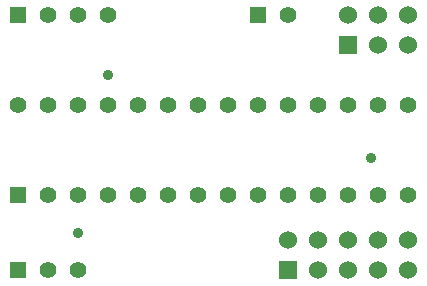
<source format=gbs>
G04 (created by PCBNEW (2013-04-19 BZR 4011)-stable) date 5/10/2013 9:41:03 PM*
%MOIN*%
G04 Gerber Fmt 3.4, Leading zero omitted, Abs format*
%FSLAX34Y34*%
G01*
G70*
G90*
G04 APERTURE LIST*
%ADD10C,0.006*%
%ADD11R,0.055X0.055*%
%ADD12C,0.055*%
%ADD13R,0.06X0.06*%
%ADD14C,0.06*%
%ADD15C,0.035*%
G04 APERTURE END LIST*
G54D10*
G54D11*
X73500Y-39500D03*
G54D12*
X74500Y-39500D03*
X75500Y-39500D03*
X76500Y-39500D03*
G54D11*
X81500Y-39500D03*
G54D12*
X82500Y-39500D03*
G54D13*
X82500Y-48000D03*
G54D14*
X82500Y-47000D03*
X83500Y-48000D03*
X83500Y-47000D03*
X84500Y-48000D03*
X84500Y-47000D03*
X85500Y-48000D03*
X85500Y-47000D03*
X86500Y-48000D03*
X86500Y-47000D03*
G54D12*
X74500Y-45500D03*
X75500Y-45500D03*
X76500Y-45500D03*
X77500Y-45500D03*
X78500Y-45500D03*
X79500Y-45500D03*
X80500Y-45500D03*
X81500Y-45500D03*
X82500Y-45500D03*
X83500Y-45500D03*
X84500Y-45500D03*
X85500Y-45500D03*
X86500Y-45500D03*
G54D11*
X73500Y-45500D03*
G54D12*
X86500Y-42500D03*
X85500Y-42500D03*
X84500Y-42500D03*
X83500Y-42500D03*
X82500Y-42500D03*
X81500Y-42500D03*
X80500Y-42500D03*
X79500Y-42500D03*
X78500Y-42500D03*
X77500Y-42500D03*
X76500Y-42500D03*
X75500Y-42500D03*
X74500Y-42500D03*
X73500Y-42500D03*
G54D13*
X84500Y-40500D03*
G54D14*
X84500Y-39500D03*
X85500Y-40500D03*
X85500Y-39500D03*
X86500Y-40500D03*
X86500Y-39500D03*
G54D11*
X73500Y-48000D03*
G54D12*
X74500Y-48000D03*
X75500Y-48000D03*
G54D15*
X85250Y-44250D03*
X76500Y-41500D03*
X75500Y-46750D03*
M02*

</source>
